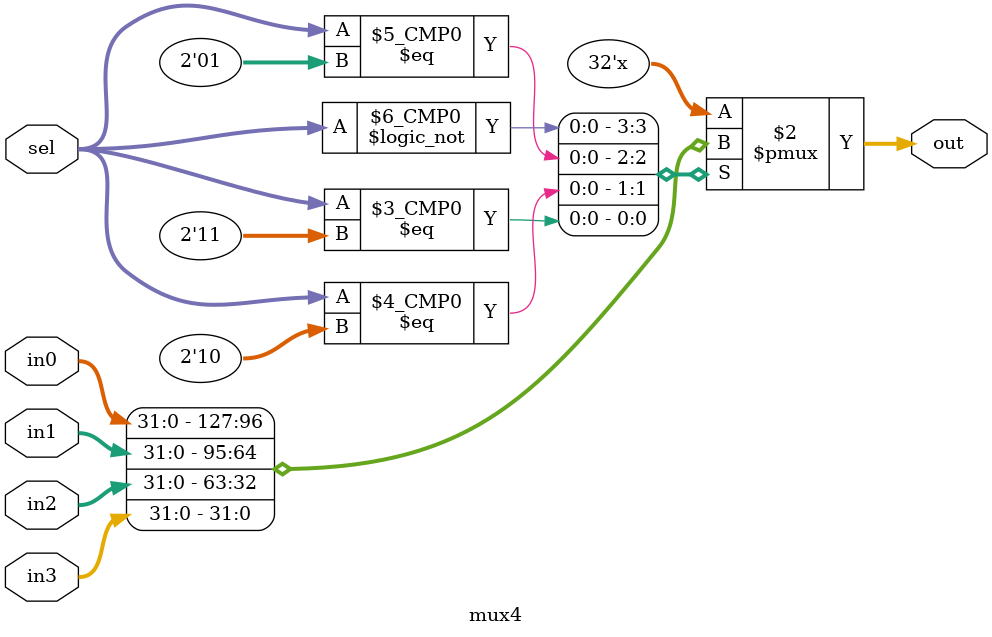
<source format=sv>
module mux4 #(parameter width = 32)
(
input [1:0] sel,
input [width-1:0] in0, in1, in2, in3,
output logic [width-1:0] out
);
always_comb
begin
	case(sel)
		0: out = in0;
		1: out = in1;
		2: out = in2;
		3: out = in3;
		default: $display("Unknown_4mux_in");
	endcase
end
endmodule : mux4
</source>
